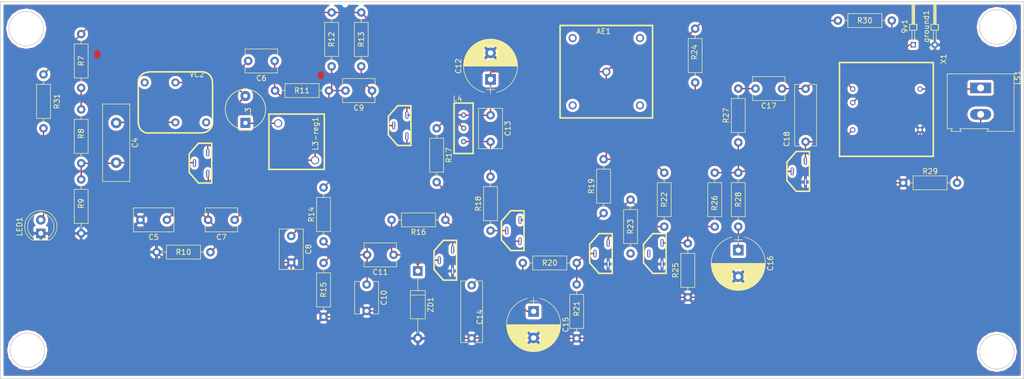
<source format=kicad_pcb>
(kicad_pcb (version 4) (host pcbnew 4.0.5)
  (layers (0 F.Cu signal) (31 B.Cu signal) (34 B.Paste user) (35 F.Paste user) (36 B.SilkS user) (37 F.SilkS user) (38 B.Mask user) (39 F.Mask user) (44 Edge.Cuts user))
  (net 0 "")
  (net 1 "Net-(AE1-Pad1)")
  (net 2 "Net-(C4-Pad1)")
  (net 3 "Net-(C4-Pad2)")
  (net 4 "Net-(C5-Pad1)")
  (net 5 Earth)
  (net 6 "Net-(C6-Pad1)")
  (net 7 "Net-(C6-Pad2)")
  (net 8 "Net-(C8-Pad1)")
  (net 9 "Net-(C9-Pad1)")
  (net 10 "Net-(C10-Pad1)")
  (net 11 "Net-(C11-Pad1)")
  (net 12 "Net-(C13-Pad2)")
  (net 13 "Net-(C14-Pad1)")
  (net 14 "Net-(C15-Pad1)")
  (net 15 "Net-(C16-Pad1)")
  (net 16 "Net-(C17-Pad1)")
  (net 17 "Net-(C17-Pad2)")
  (net 18 "Net-(C18-Pad2)")
  (net 19 "Net-(L3-Pad1)")
  (net 20 "Net-(L4-Pad2)")
  (net 21 "Net-(LED1-Pad2)")
  (net 22 "Net-(LS1-Pad1)")
  (net 23 "Net-(LS1-Pad2)")
  (net 24 "Net-(R7-Pad2)")
  (net 25 "Net-(R16-Pad1)")
  (net 26 "Net-(R18-Pad1)")
  (net 27 "Net-(R19-Pad1)")
  (net 28 "Net-(R20-Pad1)")
  (net 29 "Net-(R22-Pad2)")
  (net 30 "Net-(R23-Pad1)")
  (net 31 "Net-(R24-Pad1)")
  (net 32 "Net-(R26-Pad1)")
  (net 33 +9V)
  (module Pin_Headers:Pin_Header_Angled_1x01_Pitch1.27mm (layer F.Cu) (at 223.012 64.008 90)
    (fp_text reference 9v1 (at 3.4925 -1.635 90) (layer F.SilkS))
    (fp_text value CONN_01X01)
    (pad 1 thru_hole rect (at 0 0 90) (size 1 1) (drill 0.65) (layers *.Cu *.Mask) (net 33 +9V))
  )
  (module uzveerejs_raidiitajs_footprinti:Antenna_BNC_Connectors_50_Ohm (layer F.Cu) (at 165.1 69.088)
    (fp_text reference AE1 (at -0.508 -7.62) (layer F.SilkS))
    (fp_text value Antenna)
    (pad "" thru_hole circle (at 6.35 -6.35) (size 1.524 1.524) (drill 0.94) (layers *.Cu *.Mask))
    (pad "" thru_hole circle (at -6.35 -6.35) (size 1.524 1.524) (drill 0.94) (layers *.Cu *.Mask))
    (pad 1 thru_hole circle (at 0 0) (size 1.524 1.524) (drill 0.94) (layers *.Cu *.Mask) (net 1 "Net-(AE1-Pad1)"))
    (pad "" thru_hole circle (at 6.35 6.35) (size 1.524 1.524) (drill 0.94) (layers *.Cu *.Mask))
    (pad "" thru_hole circle (at -6.35 6.35) (size 1.524 1.524) (drill 0.94) (layers *.Cu *.Mask))
  )
  (module Capacitors_THT:C_Disc_D14.5mm_W5.0mm_P7.50mm (layer F.Cu) (at 72.644 78.74 270)
    (fp_text reference C4 (at 3.75 -3.56 270) (layer F.SilkS))
    (fp_text value 100pf)
    (pad 1 thru_hole circle (at 0 0 270) (size 2 2) (drill 1) (layers *.Cu *.Mask) (net 2 "Net-(C4-Pad1)"))
    (pad 2 thru_hole circle (at 7.5 0 270) (size 2 2) (drill 1) (layers *.Cu *.Mask) (net 3 "Net-(C4-Pad2)"))
  )
  (module Capacitors_THT:C_Disc_D7.5mm_W4.4mm_P5.00mm (layer F.Cu) (at 82.216 97.028 180)
    (fp_text reference C5 (at 2.5 -3.26 180) (layer F.SilkS))
    (fp_text value "0.02 uf")
    (pad 1 thru_hole circle (at 0 0 180) (size 1.6 1.6) (drill 0.8) (layers *.Cu *.Mask) (net 4 "Net-(C5-Pad1)"))
    (pad 2 thru_hole circle (at 5 0 180) (size 1.6 1.6) (drill 0.8) (layers *.Cu *.Mask) (net 5 Earth))
  )
  (module Capacitors_THT:C_Disc_D6.0mm_W4.4mm_P5.00mm (layer F.Cu) (at 102.536 67.056 180)
    (fp_text reference C6 (at 2.5 -3.26 180) (layer F.SilkS))
    (fp_text value "3,3 pf")
    (pad 1 thru_hole circle (at 0 0 180) (size 1.6 1.6) (drill 0.8) (layers *.Cu *.Mask) (net 6 "Net-(C6-Pad1)"))
    (pad 2 thru_hole circle (at 5 0 180) (size 1.6 1.6) (drill 0.8) (layers *.Cu *.Mask) (net 7 "Net-(C6-Pad2)"))
  )
  (module Capacitors_THT:C_Disc_D6.0mm_W4.4mm_P5.00mm (layer F.Cu) (at 94.996 97.028 180)
    (fp_text reference C7 (at 2.5 -3.26 180) (layer F.SilkS))
    (fp_text value 3.3pf)
    (pad 1 thru_hole circle (at 0 0 180) (size 1.6 1.6) (drill 0.8) (layers *.Cu *.Mask) (net 6 "Net-(C6-Pad1)"))
    (pad 2 thru_hole circle (at 5 0 180) (size 1.6 1.6) (drill 0.8) (layers *.Cu *.Mask) (net 4 "Net-(C5-Pad1)"))
  )
  (module Capacitors_THT:C_Disc_D7.5mm_W4.4mm_P5.00mm (layer F.Cu) (at 105.664 100.076 270)
    (fp_text reference C8 (at 2.5 -3.26 270) (layer F.SilkS))
    (fp_text value "0.001 uf")
    (pad 1 thru_hole circle (at 0 0 270) (size 1.6 1.6) (drill 0.8) (layers *.Cu *.Mask) (net 8 "Net-(C8-Pad1)"))
    (pad 2 thru_hole circle (at 5 0 270) (size 1.6 1.6) (drill 0.8) (layers *.Cu *.Mask) (net 5 Earth))
  )
  (module Capacitors_THT:C_Disc_D6.0mm_W4.4mm_P5.00mm (layer F.Cu) (at 120.904 72.644 180)
    (fp_text reference C9 (at 2.5 -3.26 180) (layer F.SilkS))
    (fp_text value "0.002 uf")
    (pad 1 thru_hole circle (at 0 0 180) (size 1.6 1.6) (drill 0.8) (layers *.Cu *.Mask) (net 9 "Net-(C9-Pad1)"))
    (pad 2 thru_hole circle (at 5 0 180) (size 1.6 1.6) (drill 0.8) (layers *.Cu *.Mask) (net 8 "Net-(C8-Pad1)"))
  )
  (module Capacitors_THT:C_Disc_D6.0mm_W4.4mm_P5.00mm (layer F.Cu) (at 119.888 109.22 270)
    (fp_text reference C10 (at 2.5 -3.26 270) (layer F.SilkS))
    (fp_text value 0.002uf)
    (pad 1 thru_hole circle (at 0 0 270) (size 1.6 1.6) (drill 0.8) (layers *.Cu *.Mask) (net 10 "Net-(C10-Pad1)"))
    (pad 2 thru_hole circle (at 5 0 270) (size 1.6 1.6) (drill 0.8) (layers *.Cu *.Mask) (net 5 Earth))
  )
  (module Capacitors_THT:C_Disc_D6.0mm_W4.4mm_P5.00mm (layer F.Cu) (at 124.968 103.632 180)
    (fp_text reference C11 (at 2.5 -3.26 180) (layer F.SilkS))
    (fp_text value 0.002uf)
    (pad 1 thru_hole circle (at 0 0 180) (size 1.6 1.6) (drill 0.8) (layers *.Cu *.Mask) (net 11 "Net-(C11-Pad1)"))
    (pad 2 thru_hole circle (at 5 0 180) (size 1.6 1.6) (drill 0.8) (layers *.Cu *.Mask) (net 10 "Net-(C10-Pad1)"))
  )
  (module Capacitors_THT:CP_Radial_D10.0mm_P5.00mm (layer F.Cu) (at 143.256 70.532 90)
    (fp_text reference C12 (at 2.5 -6.06 90) (layer F.SilkS))
    (fp_text value 220uf)
    (pad 1 thru_hole rect (at 0 0 90) (size 2 2) (drill 1) (layers *.Cu *.Mask) (net 1 "Net-(AE1-Pad1)"))
    (pad 2 thru_hole circle (at 5 0 90) (size 2 2) (drill 1) (layers *.Cu *.Mask) (net 5 Earth))
  )
  (module Capacitors_THT:C_Disc_D7.5mm_W4.4mm_P5.00mm (layer F.Cu) (at 143.256 77.296 270)
    (fp_text reference C13 (at 2.5 -3.26 270) (layer F.SilkS))
    (fp_text value 0.02uf)
    (pad 1 thru_hole circle (at 0 0 270) (size 1.6 1.6) (drill 0.8) (layers *.Cu *.Mask) (net 1 "Net-(AE1-Pad1)"))
    (pad 2 thru_hole circle (at 5 0 270) (size 1.6 1.6) (drill 0.8) (layers *.Cu *.Mask) (net 12 "Net-(C13-Pad2)"))
  )
  (module Capacitors_THT:C_Rect_L11.5mm_W4.0mm_P10.00mm_MKT (layer F.Cu) (at 139.7 109.38 270)
    (fp_text reference C14 (at 5.969 -1.524 270) (layer F.SilkS))
    (fp_text value "0.04 uf")
    (pad 1 thru_hole circle (at 0 0 270) (size 1.6 1.6) (drill 0.8) (layers *.Cu *.Mask) (net 13 "Net-(C14-Pad1)"))
    (pad 2 thru_hole circle (at 10 0 270) (size 1.6 1.6) (drill 0.8) (layers *.Cu *.Mask) (net 5 Earth))
  )
  (module Capacitors_THT:CP_Radial_D10.0mm_P5.00mm (layer F.Cu) (at 151.384 114.3 270)
    (fp_text reference C15 (at 2.5 -6.06 270) (layer F.SilkS))
    (fp_text value 22uf)
    (pad 1 thru_hole rect (at 0 0 270) (size 2 2) (drill 1) (layers *.Cu *.Mask) (net 14 "Net-(C15-Pad1)"))
    (pad 2 thru_hole circle (at 5 0 270) (size 2 2) (drill 1) (layers *.Cu *.Mask) (net 5 Earth))
  )
  (module Capacitors_THT:CP_Radial_D10.0mm_P5.00mm (layer F.Cu) (at 189.992 102.743 270)
    (fp_text reference C16 (at 2.5 -6.06 270) (layer F.SilkS))
    (fp_text value 100uf)
    (pad 1 thru_hole rect (at 0 0 270) (size 2 2) (drill 1) (layers *.Cu *.Mask) (net 15 "Net-(C16-Pad1)"))
    (pad 2 thru_hole circle (at 5 0 270) (size 2 2) (drill 1) (layers *.Cu *.Mask) (net 5 Earth))
  )
  (module Capacitors_THT:C_Disc_D6.0mm_W4.4mm_P5.00mm (layer F.Cu) (at 198.247 72.263 180)
    (fp_text reference C17 (at 2.5 -3.26 180) (layer F.SilkS))
    (fp_text value 0.002uf)
    (pad 1 thru_hole circle (at 0 0 180) (size 1.6 1.6) (drill 0.8) (layers *.Cu *.Mask) (net 16 "Net-(C17-Pad1)"))
    (pad 2 thru_hole circle (at 5 0 180) (size 1.6 1.6) (drill 0.8) (layers *.Cu *.Mask) (net 17 "Net-(C17-Pad2)"))
  )
  (module Capacitors_THT:C_Rect_L11.5mm_W4.0mm_P10.00mm_MKT (layer F.Cu) (at 202.692 72.296 270)
    (fp_text reference C18 (at 9.492 3.556 270) (layer F.SilkS))
    (fp_text value 0.04uf)
    (pad 1 thru_hole circle (at 0 0 270) (size 1.6 1.6) (drill 0.8) (layers *.Cu *.Mask) (net 16 "Net-(C17-Pad1)"))
    (pad 2 thru_hole circle (at 10 0 270) (size 1.6 1.6) (drill 0.8) (layers *.Cu *.Mask) (net 18 "Net-(C18-Pad2)"))
  )
  (module Pin_Headers:Pin_Header_Angled_1x01_Pitch1.27mm (layer F.Cu) (at 227.076 64.008 90)
    (fp_text reference ground1 (at 3.4925 -1.635 90) (layer F.SilkS))
    (fp_text value ground)
    (pad 1 thru_hole rect (at 0 0 90) (size 1 1) (drill 0.65) (layers *.Cu *.Mask) (net 5 Earth))
  )
  (module Inductors:INDUCTOR_V (layer F.Cu) (at 97.028 76.2 90)
    (fp_text reference L3 (at -0.508 0.508 90) (layer F.SilkS))
    (fp_text value L)
    (pad 1 thru_hole rect (at -2.54 0 90) (size 1.905 1.905) (drill 0.8128) (layers *.Cu *.Mask) (net 19 "Net-(L3-Pad1)"))
    (pad 2 thru_hole circle (at 2.54 0 90) (size 1.905 1.905) (drill 0.8128) (layers *.Cu *.Mask) (net 7 "Net-(C6-Pad2)"))
  )
  (module uzveerejs_raidiitajs_footprinti:10mm_coil (layer F.Cu) (at 106.68 82.296 270)
    (fp_text reference L3-reg1 (at -1.524 -3.556 270) (layer F.SilkS))
    (fp_text value LTRIM)
    (pad 1 thru_hole circle (at 3.48 -3.48 270) (size 1.524 1.524) (drill 1.143) (layers *.Cu *.Mask) (net 6 "Net-(C6-Pad1)"))
    (pad 1 thru_hole circle (at 3.48 -3.48 270) (size 1.524 1.524) (drill 1.143) (layers *.Cu *.Mask) (net 6 "Net-(C6-Pad1)"))
    (pad 2 thru_hole circle (at -3.48 3.48 270) (size 1.524 1.524) (drill 1.143) (layers *.Cu *.Mask) (net 19 "Net-(L3-Pad1)"))
  )
  (module uzveerejs_raidiitajs_footprinti:potentiometer_67W (layer F.Cu) (at 138.176 79.756 270)
    (fp_text reference L4 (at -5.588 1.143 360) (layer F.SilkS))
    (fp_text value L4)
    (pad 1 thru_hole circle (at 2.5 0 270) (size 1 1) (drill 0.53) (layers *.Cu *.Mask) (net 12 "Net-(C13-Pad2)"))
    (pad 2 thru_hole circle (at 0 0 270) (size 1 1) (drill 0.53) (layers *.Cu *.Mask) (net 20 "Net-(L4-Pad2)"))
    (pad 3 thru_hole circle (at -2.5 0 270) (size 1 1) (drill 0.53) (layers *.Cu *.Mask) (net 1 "Net-(AE1-Pad1)"))
  )
  (module LEDs:LED_D5.0mm_FlatTop (layer F.Cu) (at 58.42 99.568 90)
    (fp_text reference LED1 (at 1.27 -4.01 90) (layer F.SilkS))
    (fp_text value LED_ALT)
    (pad 1 thru_hole rect (at 0 0 90) (size 1.8 1.8) (drill 0.9) (layers *.Cu *.Mask) (net 5 Earth))
    (pad 2 thru_hole circle (at 2.54 0 90) (size 1.8 1.8) (drill 0.9) (layers *.Cu *.Mask) (net 21 "Net-(LED1-Pad2)"))
  )
  (module Connectors:AK300-2 (layer F.Cu) (at 235.712 72.136 270)
    (fp_text reference LS1 (at -1.92 -6.99 270) (layer F.SilkS))
    (fp_text value Speaker)
    (pad 1 thru_hole rect (at 0 0 270) (size 1.98 3.96) (drill 1.32) (layers *.Cu F.Paste F.Mask) (net 22 "Net-(LS1-Pad1)"))
    (pad 2 thru_hole oval (at 5 0 270) (size 1.98 3.96) (drill 1.32) (layers *.Cu F.Paste F.Mask) (net 23 "Net-(LS1-Pad2)"))
  )
  (module Resistors_THT:R_Axial_DIN0207_L6.3mm_D2.5mm_P10.16mm_Horizontal (layer F.Cu) (at 66.04 61.976 270)
    (fp_text reference R7 (at 5.08 0 270) (layer F.SilkS))
    (fp_text value "33 KΩ")
    (pad 1 thru_hole circle (at 0 0 270) (size 1.6 1.6) (drill 0.8) (layers *.Cu *.Mask) (net 1 "Net-(AE1-Pad1)"))
    (pad 2 thru_hole oval (at 10.16 0 270) (size 1.6 1.6) (drill 0.8) (layers *.Cu *.Mask) (net 24 "Net-(R7-Pad2)"))
  )
  (module Resistors_THT:R_Axial_DIN0207_L6.3mm_D2.5mm_P10.16mm_Horizontal (layer F.Cu) (at 66.04 76.2 270)
    (fp_text reference R8 (at 4.572 0 270) (layer F.SilkS))
    (fp_text value "100 KΩ")
    (pad 1 thru_hole circle (at 0 0 270) (size 1.6 1.6) (drill 0.8) (layers *.Cu *.Mask) (net 24 "Net-(R7-Pad2)"))
    (pad 2 thru_hole oval (at 10.16 0 270) (size 1.6 1.6) (drill 0.8) (layers *.Cu *.Mask) (net 3 "Net-(C4-Pad2)"))
  )
  (module Resistors_THT:R_Axial_DIN0207_L6.3mm_D2.5mm_P10.16mm_Horizontal (layer F.Cu) (at 66.04 89.408 270)
    (fp_text reference R9 (at 4.572 0 270) (layer F.SilkS))
    (fp_text value "22 KΩ")
    (pad 1 thru_hole circle (at 0 0 270) (size 1.6 1.6) (drill 0.8) (layers *.Cu *.Mask) (net 3 "Net-(C4-Pad2)"))
    (pad 2 thru_hole oval (at 10.16 0 270) (size 1.6 1.6) (drill 0.8) (layers *.Cu *.Mask) (net 5 Earth))
  )
  (module Resistors_THT:R_Axial_DIN0207_L6.3mm_D2.5mm_P10.16mm_Horizontal (layer F.Cu) (at 90.424 103.124 180)
    (fp_text reference R10 (at 5.08 0 180) (layer F.SilkS))
    (fp_text value "2.7 KΩ")
    (pad 1 thru_hole circle (at 0 0 180) (size 1.6 1.6) (drill 0.8) (layers *.Cu *.Mask) (net 4 "Net-(C5-Pad1)"))
    (pad 2 thru_hole oval (at 10.16 0 180) (size 1.6 1.6) (drill 0.8) (layers *.Cu *.Mask) (net 5 Earth))
  )
  (module Resistors_THT:R_Axial_DIN0207_L6.3mm_D2.5mm_P10.16mm_Horizontal (layer F.Cu) (at 112.776 72.644 180)
    (fp_text reference R11 (at 5.08 0 180) (layer F.SilkS))
    (fp_text value "1 KΩ")
    (pad 1 thru_hole circle (at 0 0 180) (size 1.6 1.6) (drill 0.8) (layers *.Cu *.Mask) (net 8 "Net-(C8-Pad1)"))
    (pad 2 thru_hole oval (at 10.16 0 180) (size 1.6 1.6) (drill 0.8) (layers *.Cu *.Mask) (net 6 "Net-(C6-Pad1)"))
  )
  (module Resistors_THT:R_Axial_DIN0207_L6.3mm_D2.5mm_P10.16mm_Horizontal (layer F.Cu) (at 113.284 57.912 270)
    (fp_text reference R12 (at 5.08 0 270) (layer F.SilkS))
    (fp_text value "15 KΩ")
    (pad 1 thru_hole circle (at 0 0 270) (size 1.6 1.6) (drill 0.8) (layers *.Cu *.Mask) (net 1 "Net-(AE1-Pad1)"))
    (pad 2 thru_hole oval (at 10.16 0 270) (size 1.6 1.6) (drill 0.8) (layers *.Cu *.Mask) (net 8 "Net-(C8-Pad1)"))
  )
  (module Resistors_THT:R_Axial_DIN0207_L6.3mm_D2.5mm_P10.16mm_Horizontal (layer F.Cu) (at 118.872 68.072 90)
    (fp_text reference R13 (at 5.08 0 90) (layer F.SilkS))
    (fp_text value "470 KΩ")
    (pad 1 thru_hole circle (at 0 0 90) (size 1.6 1.6) (drill 0.8) (layers *.Cu *.Mask) (net 9 "Net-(C9-Pad1)"))
    (pad 2 thru_hole oval (at 10.16 0 90) (size 1.6 1.6) (drill 0.8) (layers *.Cu *.Mask) (net 1 "Net-(AE1-Pad1)"))
  )
  (module Resistors_THT:R_Axial_DIN0207_L6.3mm_D2.5mm_P10.16mm_Horizontal (layer F.Cu) (at 111.76 101.092 90)
    (fp_text reference R14 (at 5.08 -2.31 90) (layer F.SilkS))
    (fp_text value "1 MΩ")
    (pad 1 thru_hole circle (at 0 0 90) (size 1.6 1.6) (drill 0.8) (layers *.Cu *.Mask) (net 10 "Net-(C10-Pad1)"))
    (pad 2 thru_hole oval (at 10.16 0 90) (size 1.6 1.6) (drill 0.8) (layers *.Cu *.Mask) (net 9 "Net-(C9-Pad1)"))
  )
  (module Resistors_THT:R_Axial_DIN0207_L6.3mm_D2.5mm_P10.16mm_Horizontal (layer F.Cu) (at 111.76 115.316 90)
    (fp_text reference R15 (at 5.08 0 90) (layer F.SilkS))
    (fp_text value "10 KΩ")
    (pad 1 thru_hole circle (at 0 0 90) (size 1.6 1.6) (drill 0.8) (layers *.Cu *.Mask) (net 5 Earth))
    (pad 2 thru_hole oval (at 10.16 0 90) (size 1.6 1.6) (drill 0.8) (layers *.Cu *.Mask) (net 10 "Net-(C10-Pad1)"))
  )
  (module Resistors_THT:R_Axial_DIN0207_L6.3mm_D2.5mm_P10.16mm_Horizontal (layer F.Cu) (at 134.747 97.028 180)
    (fp_text reference R16 (at 5.08 -2.31 180) (layer F.SilkS))
    (fp_text value "1 MΩ")
    (pad 1 thru_hole circle (at 0 0 180) (size 1.6 1.6) (drill 0.8) (layers *.Cu *.Mask) (net 25 "Net-(R16-Pad1)"))
    (pad 2 thru_hole oval (at 10.16 0 180) (size 1.6 1.6) (drill 0.8) (layers *.Cu *.Mask) (net 11 "Net-(C11-Pad1)"))
  )
  (module Resistors_THT:R_Axial_DIN0207_L6.3mm_D2.5mm_P10.16mm_Horizontal (layer F.Cu) (at 133.096 79.756 270)
    (fp_text reference R17 (at 5.08 -2.31 270) (layer F.SilkS))
    (fp_text value "8.2 KΩ")
    (pad 1 thru_hole circle (at 0 0 270) (size 1.6 1.6) (drill 0.8) (layers *.Cu *.Mask) (net 20 "Net-(L4-Pad2)"))
    (pad 2 thru_hole oval (at 10.16 0 270) (size 1.6 1.6) (drill 0.8) (layers *.Cu *.Mask) (net 25 "Net-(R16-Pad1)"))
  )
  (module Resistors_THT:R_Axial_DIN0207_L6.3mm_D2.5mm_P10.16mm_Horizontal (layer F.Cu) (at 143.256 99.06 90)
    (fp_text reference R18 (at 5.08 -2.31 90) (layer F.SilkS))
    (fp_text value "47 KΩ")
    (pad 1 thru_hole circle (at 0 0 90) (size 1.6 1.6) (drill 0.8) (layers *.Cu *.Mask) (net 26 "Net-(R18-Pad1)"))
    (pad 2 thru_hole oval (at 10.16 0 90) (size 1.6 1.6) (drill 0.8) (layers *.Cu *.Mask) (net 12 "Net-(C13-Pad2)"))
  )
  (module Resistors_THT:R_Axial_DIN0207_L6.3mm_D2.5mm_P10.16mm_Horizontal (layer F.Cu) (at 164.592 95.758 90)
    (fp_text reference R19 (at 5.08 -2.31 90) (layer F.SilkS))
    (fp_text value "1 KΩ")
    (pad 1 thru_hole circle (at 0 0 90) (size 1.6 1.6) (drill 0.8) (layers *.Cu *.Mask) (net 27 "Net-(R19-Pad1)"))
    (pad 2 thru_hole oval (at 10.16 0 90) (size 1.6 1.6) (drill 0.8) (layers *.Cu *.Mask) (net 1 "Net-(AE1-Pad1)"))
  )
  (module Resistors_THT:R_Axial_DIN0207_L6.3mm_D2.5mm_P10.16mm_Horizontal (layer F.Cu) (at 159.512 105.156 180)
    (fp_text reference R20 (at 5.08 0 180) (layer F.SilkS))
    (fp_text value "4.7 KΩ")
    (pad 1 thru_hole circle (at 0 0 180) (size 1.6 1.6) (drill 0.8) (layers *.Cu *.Mask) (net 28 "Net-(R20-Pad1)"))
    (pad 2 thru_hole oval (at 10.16 0 180) (size 1.6 1.6) (drill 0.8) (layers *.Cu *.Mask) (net 14 "Net-(C15-Pad1)"))
  )
  (module Resistors_THT:R_Axial_DIN0207_L6.3mm_D2.5mm_P10.16mm_Horizontal (layer F.Cu) (at 159.512 119.38 90)
    (fp_text reference R21 (at 5.588 0 90) (layer F.SilkS))
    (fp_text value "15 KΩ")
    (pad 1 thru_hole circle (at 0 0 90) (size 1.6 1.6) (drill 0.8) (layers *.Cu *.Mask) (net 5 Earth))
    (pad 2 thru_hole oval (at 10.16 0 90) (size 1.6 1.6) (drill 0.8) (layers *.Cu *.Mask) (net 28 "Net-(R20-Pad1)"))
  )
  (module Resistors_THT:R_Axial_DIN0207_L6.3mm_D2.5mm_P10.16mm_Horizontal (layer F.Cu) (at 176.022 88.138 270)
    (fp_text reference R22 (at 5.08 0 270) (layer F.SilkS))
    (fp_text value "10 KΩ")
    (pad 1 thru_hole circle (at 0 0 270) (size 1.6 1.6) (drill 0.8) (layers *.Cu *.Mask) (net 1 "Net-(AE1-Pad1)"))
    (pad 2 thru_hole oval (at 10.16 0 270) (size 1.6 1.6) (drill 0.8) (layers *.Cu *.Mask) (net 29 "Net-(R22-Pad2)"))
  )
  (module Resistors_THT:R_Axial_DIN0207_L6.3mm_D2.5mm_P10.16mm_Horizontal (layer F.Cu) (at 169.672 103.378 90)
    (fp_text reference R23 (at 5.08 0 90) (layer F.SilkS))
    (fp_text value "10 KΩ")
    (pad 1 thru_hole circle (at 0 0 90) (size 1.6 1.6) (drill 0.8) (layers *.Cu *.Mask) (net 30 "Net-(R23-Pad1)"))
    (pad 2 thru_hole oval (at 10.16 0 90) (size 1.6 1.6) (drill 0.8) (layers *.Cu *.Mask) (net 29 "Net-(R22-Pad2)"))
  )
  (module Resistors_THT:R_Axial_DIN0207_L6.3mm_D2.5mm_P10.16mm_Horizontal (layer F.Cu) (at 181.864 71.12 90)
    (fp_text reference R24 (at 5.715 -0.127 90) (layer F.SilkS))
    (fp_text value "22 KΩ")
    (pad 1 thru_hole circle (at 0 0 90) (size 1.6 1.6) (drill 0.8) (layers *.Cu *.Mask) (net 31 "Net-(R24-Pad1)"))
    (pad 2 thru_hole oval (at 10.16 0 90) (size 1.6 1.6) (drill 0.8) (layers *.Cu *.Mask) (net 1 "Net-(AE1-Pad1)"))
  )
  (module Resistors_THT:R_Axial_DIN0207_L6.3mm_D2.5mm_P10.16mm_Horizontal (layer F.Cu) (at 180.467 111.633 90)
    (fp_text reference R25 (at 5.08 -2.31 90) (layer F.SilkS))
    (fp_text value "2.7 KΩ")
    (pad 1 thru_hole circle (at 0 0 90) (size 1.6 1.6) (drill 0.8) (layers *.Cu *.Mask) (net 5 Earth))
    (pad 2 thru_hole oval (at 10.16 0 90) (size 1.6 1.6) (drill 0.8) (layers *.Cu *.Mask) (net 31 "Net-(R24-Pad1)"))
  )
  (module Resistors_THT:R_Axial_DIN0207_L6.3mm_D2.5mm_P10.16mm_Horizontal (layer F.Cu) (at 185.547 88.138 270)
    (fp_text reference R26 (at 5.715 0 270) (layer F.SilkS))
    (fp_text value "2.7 KΩ")
    (pad 1 thru_hole circle (at 0 0 270) (size 1.6 1.6) (drill 0.8) (layers *.Cu *.Mask) (net 32 "Net-(R26-Pad1)"))
    (pad 2 thru_hole oval (at 10.16 0 270) (size 1.6 1.6) (drill 0.8) (layers *.Cu *.Mask) (net 31 "Net-(R24-Pad1)"))
  )
  (module Resistors_THT:R_Axial_DIN0207_L6.3mm_D2.5mm_P10.16mm_Horizontal (layer F.Cu) (at 189.992 82.423 90)
    (fp_text reference R27 (at 5.08 -2.31 90) (layer F.SilkS))
    (fp_text value "2.7 KΩ")
    (pad 1 thru_hole circle (at 0 0 90) (size 1.6 1.6) (drill 0.8) (layers *.Cu *.Mask) (net 32 "Net-(R26-Pad1)"))
    (pad 2 thru_hole oval (at 10.16 0 90) (size 1.6 1.6) (drill 0.8) (layers *.Cu *.Mask) (net 17 "Net-(C17-Pad2)"))
  )
  (module Resistors_THT:R_Axial_DIN0207_L6.3mm_D2.5mm_P10.16mm_Horizontal (layer F.Cu) (at 189.992 98.298 90)
    (fp_text reference R28 (at 5.08 0 90) (layer F.SilkS))
    (fp_text value "1 KΩ")
    (pad 1 thru_hole circle (at 0 0 90) (size 1.6 1.6) (drill 0.8) (layers *.Cu *.Mask) (net 15 "Net-(C16-Pad1)"))
    (pad 2 thru_hole oval (at 10.16 0 90) (size 1.6 1.6) (drill 0.8) (layers *.Cu *.Mask) (net 32 "Net-(R26-Pad1)"))
  )
  (module Resistors_THT:R_Axial_DIN0207_L6.3mm_D2.5mm_P10.16mm_Horizontal (layer F.Cu) (at 221.107 90.043)
    (fp_text reference R29 (at 5.08 -2.159) (layer F.SilkS))
    (fp_text value "4.7 Ω")
    (pad 1 thru_hole circle (at 0 0) (size 1.6 1.6) (drill 0.8) (layers *.Cu *.Mask) (net 5 Earth))
    (pad 2 thru_hole oval (at 10.16 0) (size 1.6 1.6) (drill 0.8) (layers *.Cu *.Mask) (net 23 "Net-(LS1-Pad2)"))
  )
  (module Resistors_THT:R_Axial_DIN0207_L6.3mm_D2.5mm_P10.16mm_Horizontal (layer F.Cu) (at 218.948 59.436 180)
    (fp_text reference R30 (at 5.08 0 180) (layer F.SilkS))
    (fp_text value "100 Ω")
    (pad 1 thru_hole circle (at 0 0 180) (size 1.6 1.6) (drill 0.8) (layers *.Cu *.Mask) (net 33 +9V))
    (pad 2 thru_hole oval (at 10.16 0 180) (size 1.6 1.6) (drill 0.8) (layers *.Cu *.Mask) (net 1 "Net-(AE1-Pad1)"))
  )
  (module Resistors_THT:R_Axial_DIN0207_L6.3mm_D2.5mm_P10.16mm_Horizontal (layer F.Cu) (at 58.928 69.596 270)
    (fp_text reference R31 (at 5.08 -2.54 270) (layer F.SilkS))
    (fp_text value "27 KΩ")
    (pad 1 thru_hole circle (at 0 0 270) (size 1.6 1.6) (drill 0.8) (layers *.Cu *.Mask) (net 1 "Net-(AE1-Pad1)"))
    (pad 2 thru_hole oval (at 10.16 0 270) (size 1.6 1.6) (drill 0.8) (layers *.Cu *.Mask) (net 21 "Net-(LED1-Pad2)"))
  )
  (module uzveerejs_raidiitajs_footprinti:BC158 (layer F.Cu) (at 88.416 86.328 180)
    (fp_text reference T4 hide)
    (fp_text value BF195)
    (pad 3 thru_hole oval (at -1.5 -2 180) (size 0.6 1.5) (drill oval 0.2 1.2) (layers *.Cu *.Mask) (net 4 "Net-(C5-Pad1)"))
    (pad 1 thru_hole oval (at -1.5 2 180) (size 0.6 1.5) (drill oval 0.2 1.2) (layers *.Cu *.Mask) (net 7 "Net-(C6-Pad2)"))
    (pad 2 thru_hole oval (at 1 0 180) (size 0.6 1.5) (drill oval 0.2 1.2) (layers *.Cu *.Mask) (net 3 "Net-(C4-Pad2)"))
  )
  (module uzveerejs_raidiitajs_footprinti:BC158 (layer F.Cu) (at 125.984 79.248 180)
    (fp_text reference T5 hide)
    (fp_text value BC158)
    (pad 3 thru_hole oval (at -1.5 -2 180) (size 0.6 1.5) (drill oval 0.2 1.2) (layers *.Cu *.Mask) (net 10 "Net-(C10-Pad1)"))
    (pad 1 thru_hole oval (at -1.5 2 180) (size 0.6 1.5) (drill oval 0.2 1.2) (layers *.Cu *.Mask) (net 1 "Net-(AE1-Pad1)"))
    (pad 2 thru_hole oval (at 1 0 180) (size 0.6 1.5) (drill oval 0.2 1.2) (layers *.Cu *.Mask) (net 9 "Net-(C9-Pad1)"))
  )
  (module uzveerejs_raidiitajs_footprinti:BC158 (layer F.Cu) (at 134.604 104.648 180)
    (fp_text reference T6 hide)
    (fp_text value BC148)
    (pad 3 thru_hole oval (at -1.5 -2 180) (size 0.6 1.5) (drill oval 0.2 1.2) (layers *.Cu *.Mask) (net 5 Earth))
    (pad 1 thru_hole oval (at -1.5 2 180) (size 0.6 1.5) (drill oval 0.2 1.2) (layers *.Cu *.Mask) (net 25 "Net-(R16-Pad1)"))
    (pad 2 thru_hole oval (at 1 0 180) (size 0.6 1.5) (drill oval 0.2 1.2) (layers *.Cu *.Mask) (net 11 "Net-(C11-Pad1)"))
  )
  (module uzveerejs_raidiitajs_footprinti:BC158 (layer F.Cu) (at 147.32 99.06 180)
    (fp_text reference T7 hide)
    (fp_text value BC158)
    (pad 3 thru_hole oval (at -1.5 -2 180) (size 0.6 1.5) (drill oval 0.2 1.2) (layers *.Cu *.Mask) (net 13 "Net-(C14-Pad1)"))
    (pad 1 thru_hole oval (at -1.5 2 180) (size 0.6 1.5) (drill oval 0.2 1.2) (layers *.Cu *.Mask) (net 27 "Net-(R19-Pad1)"))
    (pad 2 thru_hole oval (at 1 0 180) (size 0.6 1.5) (drill oval 0.2 1.2) (layers *.Cu *.Mask) (net 26 "Net-(R18-Pad1)"))
  )
  (module uzveerejs_raidiitajs_footprinti:BC158 (layer F.Cu) (at 163.957 103.378 180)
    (fp_text reference T8 hide)
    (fp_text value BC148)
    (pad 3 thru_hole oval (at -1.5 -2 180) (size 0.6 1.5) (drill oval 0.2 1.2) (layers *.Cu *.Mask) (net 5 Earth))
    (pad 1 thru_hole oval (at -1.5 2 180) (size 0.6 1.5) (drill oval 0.2 1.2) (layers *.Cu *.Mask) (net 29 "Net-(R22-Pad2)"))
    (pad 2 thru_hole oval (at 1 0 180) (size 0.6 1.5) (drill oval 0.2 1.2) (layers *.Cu *.Mask) (net 28 "Net-(R20-Pad1)"))
  )
  (module uzveerejs_raidiitajs_footprinti:BC158 (layer F.Cu) (at 174.117 103.378 180)
    (fp_text reference T9 hide)
    (fp_text value BC148)
    (pad 3 thru_hole oval (at -1.5 -2 180) (size 0.6 1.5) (drill oval 0.2 1.2) (layers *.Cu *.Mask) (net 5 Earth))
    (pad 1 thru_hole oval (at -1.5 2 180) (size 0.6 1.5) (drill oval 0.2 1.2) (layers *.Cu *.Mask) (net 31 "Net-(R24-Pad1)"))
    (pad 2 thru_hole oval (at 1 0 180) (size 0.6 1.5) (drill oval 0.2 1.2) (layers *.Cu *.Mask) (net 30 "Net-(R23-Pad1)"))
  )
  (module uzveerejs_raidiitajs_footprinti:BC158 (layer F.Cu) (at 201.168 87.884 180)
    (fp_text reference T10 hide)
    (fp_text value BEL187)
    (pad 3 thru_hole oval (at -1.5 -2 180) (size 0.6 1.5) (drill oval 0.2 1.2) (layers *.Cu *.Mask) (net 5 Earth))
    (pad 1 thru_hole oval (at -1.5 2 180) (size 0.6 1.5) (drill oval 0.2 1.2) (layers *.Cu *.Mask) (net 18 "Net-(C18-Pad2)"))
    (pad 2 thru_hole oval (at 1 0 180) (size 0.6 1.5) (drill oval 0.2 1.2) (layers *.Cu *.Mask) (net 32 "Net-(R26-Pad1)"))
  )
  (module uzveerejs_raidiitajs_footprinti:VC-trimmer_to-100pf (layer F.Cu) (at 83.82 74.83 270)
    (fp_text reference VC2 (at -5.234 -4.064 360) (layer F.SilkS))
    (fp_text value CTRIM)
    (pad "" thru_hole circle (at -3.71 5.8 270) (size 1.524 1.524) (drill 0.8) (layers *.Cu *.Mask))
    (pad "" thru_hole circle (at 3.81 -5.8 270) (size 1.524 1.524) (drill 0.8) (layers *.Cu *.Mask))
    (pad 2 thru_hole circle (at 3.81 0 270) (size 1.524 1.524) (drill 0.8) (layers *.Cu *.Mask) (net 2 "Net-(C4-Pad1)"))
    (pad 1 thru_hole circle (at -3.71 0 270) (size 1.524 1.524) (drill 0.8) (layers *.Cu *.Mask) (net 7 "Net-(C6-Pad2)"))
  )
  (module uzveerejs_raidiitajs_footprinti:transformators_LM-LP-1002L (layer F.Cu) (at 217.932 76.2 270)
    (fp_text reference X1 (at -9.525 -10.795 270) (layer F.SilkS))
    (fp_text value Transformer_SP_1S)
    (pad 4 thru_hole circle (at 3.85 -6.35 270) (size 1 1) (drill 0.6) (layers *.Cu *.Mask) (net 5 Earth))
    (pad 5 thru_hole circle (at -3.85 -6.35 270) (size 1 1) (drill 0.6) (layers *.Cu *.Mask) (net 22 "Net-(LS1-Pad1)"))
    (pad 1 thru_hole circle (at -3.85 6.35 270) (size 1 1) (drill 0.6) (layers *.Cu *.Mask) (net 16 "Net-(C17-Pad1)"))
    (pad 2 thru_hole circle (at -1.27 6.35 270) (size 1 1) (drill 0.6) (layers *.Cu *.Mask) (net 33 +9V))
    (pad 3 thru_hole circle (at 3.85 6.35 270) (size 1 1) (drill 0.6) (layers *.Cu *.Mask) (net 18 "Net-(C18-Pad2)"))
  )
  (module Diodes_THT:D_A-405_P12.70mm_Horizontal (layer F.Cu) (at 129.54 106.68 270)
    (fp_text reference ZD1 (at 6.35 -2.41 270) (layer F.SilkS))
    (fp_text value D_Schottky_ALT)
    (pad 1 thru_hole rect (at 0 0 270) (size 1.8 1.8) (drill 0.9) (layers *.Cu *.Mask) (net 11 "Net-(C11-Pad1)"))
    (pad 2 thru_hole oval (at 12.7 0 270) (size 1.8 1.8) (drill 0.9) (layers *.Cu *.Mask) (net 5 Earth))
  )
  (gr_circle (center 55.675213 60.96) (end 57.707213 63.5) (layer Edge.Cuts) (width 0.15))
  (gr_circle (center 55.88 121.616787) (end 57.912 124.156787) (layer Edge.Cuts) (width 0.15))
  (gr_circle (center 238.76 60.656787) (end 240.792 63.196787) (layer Edge.Cuts) (width 0.15))
  (gr_circle (center 238.76 121.92) (end 240.792 124.46) (layer Edge.Cuts) (width 0.15))
  (gr_line (start 50.8 55.88) (end 51.308 55.88) (layer Edge.Cuts) (width 0.15))
  (gr_line (start 50.902346 55.88) (end 96.52 55.88) (layer Edge.Cuts) (width 0.15))
  (gr_line (start 50.8 55.88) (end 50.8 127) (layer Edge.Cuts) (width 0.15))
  (gr_line (start 243.84 127) (end 50.8 127) (layer Edge.Cuts) (width 0.15))
  (gr_line (start 243.84 55.88) (end 243.84 127) (layer Edge.Cuts) (width 0.15))
  (gr_line (start 115.824 56.388) (end 115.824 56.388) (layer Edge.Cuts) (width 0.15))
  (gr_line (start 115.824 56.388) (end 115.824 56.388) (layer Edge.Cuts) (width 0.15))
  (gr_line (start 238.76 55.88) (end 96.52 55.88) (layer Edge.Cuts) (width 0.15))
  (gr_line (start 238.76 55.88) (end 243.84 55.88) (layer Edge.Cuts) (width 0.15))
  (segment (start 61.468 67.056) (end 61.468 66.548) (width 0.25) (layer F.Cu) (net 1))
  (segment (start 61.468 66.548) (end 66.04 61.976) (width 0.25) (layer F.Cu) (net 1))
  (segment (start 58.928 69.596) (end 61.468 67.056) (width 0.25) (layer F.Cu) (net 1))
  (segment (start 113.284 57.912) (end 70.104 57.912) (width 0.25) (layer F.Cu) (net 1))
  (segment (start 70.104 57.912) (end 66.04 61.976) (width 0.25) (layer F.Cu) (net 1))
  (segment (start 118.872 57.912) (end 117.74063 57.912) (width 0.25) (layer F.Cu) (net 1))
  (segment (start 117.74063 57.912) (end 113.284 57.912) (width 0.25) (layer F.Cu) (net 1))
  (segment (start 127.484 77.248) (end 127.484 66.524) (width 0.25) (layer F.Cu) (net 1))
  (segment (start 127.484 66.524) (end 118.872 57.912) (width 0.25) (layer F.Cu) (net 1))
  (segment (start 138.176 77.256) (end 127.492 77.256) (width 0.25) (layer F.Cu) (net 1))
  (segment (start 127.492 77.256) (end 127.484 77.248) (width 0.25) (layer F.Cu) (net 1))
  (segment (start 143.256 77.296) (end 138.216 77.296) (width 0.25) (layer F.Cu) (net 1))
  (segment (start 138.216 77.296) (end 138.176 77.256) (width 0.25) (layer F.Cu) (net 1))
  (segment (start 143.256 70.532) (end 143.256 71.782) (width 0.25) (layer F.Cu) (net 1))
  (segment (start 143.256 71.782) (end 143.256 77.296) (width 0.25) (layer F.Cu) (net 1))
  (segment (start 176.022 88.138) (end 173.482 85.598) (width 0.25) (layer F.Cu) (net 1))
  (segment (start 173.482 85.598) (end 164.592 85.598) (width 0.25) (layer F.Cu) (net 1))
  (segment (start 165.1 69.088) (end 165.1 85.09) (width 0.25) (layer F.Cu) (net 1))
  (segment (start 165.1 85.09) (end 164.592 85.598) (width 0.25) (layer F.Cu) (net 1))
  (segment (start 165.1 69.088) (end 143.45 69.088) (width 0.25) (layer F.Cu) (net 1))
  (segment (start 143.45 69.088) (end 143.256 69.282) (width 0.25) (layer F.Cu) (net 1))
  (segment (start 143.256 69.282) (end 143.256 70.532) (width 0.25) (layer F.Cu) (net 1))
  (segment (start 165.1 69.088) (end 165.861999 68.326001) (width 0.25) (layer F.Cu) (net 1))
  (segment (start 165.861999 68.326001) (end 174.497999 68.326001) (width 0.25) (layer F.Cu) (net 1))
  (segment (start 174.497999 68.326001) (end 181.064001 61.759999) (width 0.25) (layer F.Cu) (net 1))
  (segment (start 181.064001 61.759999) (end 181.864 60.96) (width 0.25) (layer F.Cu) (net 1))
  (segment (start 208.788 59.436) (end 183.388 59.436) (width 0.25) (layer F.Cu) (net 1))
  (segment (start 183.388 59.436) (end 181.864 60.96) (width 0.25) (layer F.Cu) (net 1))
  (segment (start 83.82 78.64) (end 72.744 78.64) (width 0.25) (layer F.Cu) (net 2))
  (segment (start 72.744 78.64) (end 72.644 78.74) (width 0.25) (layer F.Cu) (net 2))
  (segment (start 72.644 86.24) (end 87.328 86.24) (width 0.25) (layer F.Cu) (net 3))
  (segment (start 87.328 86.24) (end 87.416 86.328) (width 0.25) (layer F.Cu) (net 3))
  (segment (start 66.04 86.36) (end 72.524 86.36) (width 0.25) (layer F.Cu) (net 3))
  (segment (start 72.524 86.36) (end 72.644 86.24) (width 0.25) (layer F.Cu) (net 3))
  (segment (start 66.04 86.36) (end 66.04 89.408) (width 0.25) (layer F.Cu) (net 3))
  (segment (start 89.996 97.028) (end 89.996 88.408) (width 0.25) (layer F.Cu) (net 4))
  (segment (start 89.996 88.408) (end 89.916 88.328) (width 0.25) (layer F.Cu) (net 4))
  (segment (start 89.996 97.028) (end 89.196001 96.228001) (width 0.25) (layer F.Cu) (net 4))
  (segment (start 89.196001 96.228001) (end 83.015999 96.228001) (width 0.25) (layer F.Cu) (net 4))
  (segment (start 83.015999 96.228001) (end 82.216 97.028) (width 0.25) (layer F.Cu) (net 4))
  (segment (start 90.424 103.124) (end 91.223999 102.324001) (width 0.25) (layer F.Cu) (net 4))
  (segment (start 91.223999 102.324001) (end 91.223999 98.255999) (width 0.25) (layer F.Cu) (net 4))
  (segment (start 91.223999 98.255999) (end 90.795999 97.827999) (width 0.25) (layer F.Cu) (net 4))
  (segment (start 90.795999 97.827999) (end 89.996 97.028) (width 0.25) (layer F.Cu) (net 4))
  (segment (start 227.076 64.008) (end 227.076 64.758) (width 0.25) (layer F.Cu) (net 5))
  (segment (start 222.504 69.33) (end 222.504 78.272) (width 0.25) (layer F.Cu) (net 5))
  (segment (start 223.782001 79.550001) (end 224.282 80.05) (width 0.25) (layer F.Cu) (net 5))
  (segment (start 227.076 64.758) (end 222.504 69.33) (width 0.25) (layer F.Cu) (net 5))
  (segment (start 222.504 78.272) (end 223.782001 79.550001) (width 0.25) (layer F.Cu) (net 5))
  (segment (start 165.457 105.378) (end 166.007 105.378) (width 0.25) (layer F.Cu) (net 5))
  (segment (start 166.007 105.378) (end 175.617 105.378) (width 0.25) (layer F.Cu) (net 5))
  (segment (start 163.576 119.38) (end 165.457 117.499) (width 0.25) (layer F.Cu) (net 5))
  (segment (start 165.457 117.499) (end 165.457 105.378) (width 0.25) (layer F.Cu) (net 5))
  (segment (start 159.512 119.38) (end 163.576 119.38) (width 0.25) (layer F.Cu) (net 5))
  (segment (start 151.384 119.3) (end 139.78 119.3) (width 0.25) (layer F.Cu) (net 5))
  (segment (start 139.78 119.3) (end 139.7 119.38) (width 0.25) (layer F.Cu) (net 5))
  (segment (start 159.512 119.38) (end 151.464 119.38) (width 0.25) (layer F.Cu) (net 5))
  (segment (start 151.464 119.38) (end 151.384 119.3) (width 0.25) (layer F.Cu) (net 5))
  (segment (start 138.56863 119.38) (end 136.144 119.38) (width 0.25) (layer F.Cu) (net 5))
  (segment (start 136.144 119.38) (end 129.54 119.38) (width 0.25) (layer F.Cu) (net 5))
  (segment (start 136.104 106.648) (end 136.104 119.34) (width 0.25) (layer F.Cu) (net 5))
  (segment (start 136.104 119.34) (end 136.144 119.38) (width 0.25) (layer F.Cu) (net 5))
  (segment (start 139.7 119.38) (end 138.56863 119.38) (width 0.25) (layer F.Cu) (net 5))
  (segment (start 125.476 119.38) (end 129.54 119.38) (width 0.25) (layer F.Cu) (net 5))
  (segment (start 125.476 115.316) (end 125.476 119.38) (width 0.25) (layer F.Cu) (net 5))
  (segment (start 119.888 114.22) (end 124.38 114.22) (width 0.25) (layer F.Cu) (net 5))
  (segment (start 124.38 114.22) (end 125.476 115.316) (width 0.25) (layer F.Cu) (net 5))
  (segment (start 111.76 115.316) (end 118.792 115.316) (width 0.25) (layer F.Cu) (net 5))
  (segment (start 118.792 115.316) (end 119.888 114.22) (width 0.25) (layer F.Cu) (net 5))
  (segment (start 105.664 105.076) (end 82.216 105.076) (width 0.25) (layer F.Cu) (net 5))
  (segment (start 82.216 105.076) (end 80.264 103.124) (width 0.25) (layer F.Cu) (net 5))
  (segment (start 111.76 115.316) (end 105.664 109.22) (width 0.25) (layer F.Cu) (net 5))
  (segment (start 105.664 109.22) (end 105.664 105.076) (width 0.25) (layer F.Cu) (net 5))
  (segment (start 80.264 103.124) (end 78.232 103.124) (width 0.25) (layer F.Cu) (net 5))
  (segment (start 78.232 103.124) (end 74.676 99.568) (width 0.25) (layer F.Cu) (net 5))
  (segment (start 66.04 99.568) (end 74.676 99.568) (width 0.25) (layer F.Cu) (net 5))
  (segment (start 74.676 99.568) (end 77.216 97.028) (width 0.25) (layer F.Cu) (net 5))
  (segment (start 58.42 99.568) (end 66.04 99.568) (width 0.25) (layer F.Cu) (net 5))
  (segment (start 180.467 111.633) (end 178.181 111.633) (width 0.25) (layer F.Cu) (net 5))
  (segment (start 178.181 111.633) (end 175.617 109.069) (width 0.25) (layer F.Cu) (net 5))
  (segment (start 175.617 109.069) (end 175.617 105.378) (width 0.25) (layer F.Cu) (net 5))
  (segment (start 187.071 111.633) (end 187.071 110.664) (width 0.25) (layer F.Cu) (net 5))
  (segment (start 187.071 110.664) (end 189.992 107.743) (width 0.25) (layer F.Cu) (net 5))
  (segment (start 180.467 111.633) (end 187.071 111.633) (width 0.25) (layer F.Cu) (net 5))
  (segment (start 221.107 90.043) (end 202.827 90.043) (width 0.25) (layer F.Cu) (net 5))
  (segment (start 202.827 90.043) (end 202.668 89.884) (width 0.25) (layer F.Cu) (net 5))
  (segment (start 224.282 80.05) (end 224.282 86.868) (width 0.25) (layer F.Cu) (net 5))
  (segment (start 224.282 86.868) (end 221.107 90.043) (width 0.25) (layer F.Cu) (net 5))
  (segment (start 202.668 89.884) (end 202.668 95.067) (width 0.25) (layer F.Cu) (net 5))
  (segment (start 202.668 95.067) (end 189.992 107.743) (width 0.25) (layer F.Cu) (net 5))
  (segment (start 94.996 97.028) (end 106.248 85.776) (width 0.25) (layer F.Cu) (net 6))
  (segment (start 106.248 85.776) (end 110.16 85.776) (width 0.25) (layer F.Cu) (net 6))
  (segment (start 102.616 72.644) (end 110.16 80.188) (width 0.25) (layer F.Cu) (net 6))
  (segment (start 110.16 80.188) (end 110.16 85.776) (width 0.25) (layer F.Cu) (net 6))
  (segment (start 102.536 67.056) (end 102.536 72.564) (width 0.25) (layer F.Cu) (net 6))
  (segment (start 102.536 72.564) (end 102.616 72.644) (width 0.25) (layer F.Cu) (net 6))
  (segment (start 97.028 73.66) (end 89.916 80.772) (width 0.25) (layer F.Cu) (net 7))
  (segment (start 89.916 80.772) (end 89.916 84.328) (width 0.25) (layer F.Cu) (net 7))
  (segment (start 97.536 67.056) (end 96.736001 67.855999) (width 0.25) (layer F.Cu) (net 7))
  (segment (start 96.736001 67.855999) (end 96.736001 68.871999) (width 0.25) (layer F.Cu) (net 7))
  (segment (start 96.736001 68.871999) (end 94.488 71.12) (width 0.25) (layer F.Cu) (net 7))
  (segment (start 83.82 71.12) (end 94.488 71.12) (width 0.25) (layer F.Cu) (net 7))
  (segment (start 94.488 71.12) (end 97.028 73.66) (width 0.25) (layer F.Cu) (net 7))
  (segment (start 113.284 68.072) (end 113.284 72.136) (width 0.25) (layer F.Cu) (net 8))
  (segment (start 113.284 72.136) (end 112.776 72.644) (width 0.25) (layer F.Cu) (net 8))
  (segment (start 112.776 72.644) (end 115.904 72.644) (width 0.25) (layer F.Cu) (net 8))
  (segment (start 111.76 88.9) (end 112.776 87.884) (width 0.25) (layer F.Cu) (net 8))
  (segment (start 112.776 87.884) (end 112.776 72.644) (width 0.25) (layer F.Cu) (net 8))
  (segment (start 108.204 88.9) (end 111.76 88.9) (width 0.25) (layer F.Cu) (net 8))
  (segment (start 106.463999 90.640001) (end 108.204 88.9) (width 0.25) (layer F.Cu) (net 8))
  (segment (start 105.664 100.076) (end 106.463999 99.276001) (width 0.25) (layer F.Cu) (net 8))
  (segment (start 106.463999 99.276001) (end 106.463999 90.640001) (width 0.25) (layer F.Cu) (net 8))
  (segment (start 123.444 78.232) (end 120.904 75.692) (width 0.25) (layer F.Cu) (net 9))
  (segment (start 123.444 79.248) (end 123.444 78.232) (width 0.25) (layer F.Cu) (net 9))
  (segment (start 124.984 79.248) (end 123.444 79.248) (width 0.25) (layer F.Cu) (net 9))
  (segment (start 123.444 79.248) (end 111.76 90.932) (width 0.25) (layer F.Cu) (net 9))
  (segment (start 120.904 72.644) (end 120.904 75.718) (width 0.25) (layer F.Cu) (net 9))
  (segment (start 124.434 79.248) (end 124.984 79.248) (width 0.25) (layer F.Cu) (net 9))
  (segment (start 118.872 68.072) (end 118.872 70.612) (width 0.25) (layer F.Cu) (net 9))
  (segment (start 118.872 70.612) (end 120.904 72.644) (width 0.25) (layer F.Cu) (net 9))
  (segment (start 119.888 90.932) (end 119.968 91.012) (width 0.25) (layer F.Cu) (net 10))
  (segment (start 119.968 91.012) (end 119.968 103.632) (width 0.25) (layer F.Cu) (net 10))
  (segment (start 127.484 83.336) (end 119.888 90.932) (width 0.25) (layer F.Cu) (net 10))
  (segment (start 127.484 81.248) (end 127.484 83.336) (width 0.25) (layer F.Cu) (net 10))
  (segment (start 119.968 103.632) (end 119.968 109.14) (width 0.25) (layer F.Cu) (net 10))
  (segment (start 119.968 109.14) (end 119.888 109.22) (width 0.25) (layer F.Cu) (net 10))
  (segment (start 111.76 101.092) (end 113.284 102.616) (width 0.25) (layer F.Cu) (net 10))
  (segment (start 113.284 102.616) (end 113.284 103.632) (width 0.25) (layer F.Cu) (net 10))
  (segment (start 111.76 105.156) (end 113.284 103.632) (width 0.25) (layer F.Cu) (net 10))
  (segment (start 113.284 103.632) (end 119.968 103.632) (width 0.25) (layer F.Cu) (net 10))
  (segment (start 133.604 104.648) (end 130.422 104.648) (width 0.25) (layer F.Cu) (net 11))
  (segment (start 130.422 104.648) (end 129.54 105.53) (width 0.25) (layer F.Cu) (net 11))
  (segment (start 129.54 105.53) (end 129.54 106.68) (width 0.25) (layer F.Cu) (net 11))
  (segment (start 124.968 103.632) (end 127.642 103.632) (width 0.25) (layer F.Cu) (net 11))
  (segment (start 127.642 103.632) (end 129.54 105.53) (width 0.25) (layer F.Cu) (net 11))
  (segment (start 124.587 97.028) (end 124.587 103.251) (width 0.25) (layer F.Cu) (net 11))
  (segment (start 124.587 103.251) (end 124.968 103.632) (width 0.25) (layer F.Cu) (net 11))
  (segment (start 143.256 88.9) (end 143.256 82.296) (width 0.25) (layer F.Cu) (net 12))
  (segment (start 138.176 82.256) (end 143.216 82.256) (width 0.25) (layer F.Cu) (net 12))
  (segment (start 143.216 82.256) (end 143.256 82.296) (width 0.25) (layer F.Cu) (net 12))
  (segment (start 139.7 109.38) (end 148.02 101.06) (width 0.25) (layer F.Cu) (net 13))
  (segment (start 148.02 101.06) (end 148.82 101.06) (width 0.25) (layer F.Cu) (net 13))
  (segment (start 149.352 105.156) (end 149.352 113.518) (width 0.25) (layer F.Cu) (net 14))
  (segment (start 149.352 113.518) (end 150.134 114.3) (width 0.25) (layer F.Cu) (net 14))
  (segment (start 150.134 114.3) (end 151.384 114.3) (width 0.25) (layer F.Cu) (net 14))
  (segment (start 189.992 98.298) (end 189.992 102.743) (width 0.25) (layer F.Cu) (net 15))
  (segment (start 202.692 72.296) (end 203.491999 71.496001) (width 0.25) (layer F.Cu) (net 16))
  (segment (start 203.491999 71.496001) (end 210.728001 71.496001) (width 0.25) (layer F.Cu) (net 16))
  (segment (start 210.728001 71.496001) (end 211.082001 71.850001) (width 0.25) (layer F.Cu) (net 16))
  (segment (start 211.082001 71.850001) (end 211.582 72.35) (width 0.25) (layer F.Cu) (net 16))
  (segment (start 198.247 72.263) (end 202.659 72.263) (width 0.25) (layer F.Cu) (net 16))
  (segment (start 202.659 72.263) (end 202.692 72.296) (width 0.25) (layer F.Cu) (net 16))
  (segment (start 193.247 72.263) (end 192.11563 72.263) (width 0.25) (layer F.Cu) (net 17))
  (segment (start 192.11563 72.263) (end 189.992 72.263) (width 0.25) (layer F.Cu) (net 17))
  (segment (start 202.668 85.884) (end 202.668 82.32) (width 0.25) (layer F.Cu) (net 18))
  (segment (start 202.668 82.32) (end 202.692 82.296) (width 0.25) (layer F.Cu) (net 18))
  (segment (start 202.692 82.296) (end 209.336 82.296) (width 0.25) (layer F.Cu) (net 18))
  (segment (start 209.336 82.296) (end 211.582 80.05) (width 0.25) (layer F.Cu) (net 18))
  (segment (start 103.2 78.816) (end 97.104 78.816) (width 0.25) (layer F.Cu) (net 19))
  (segment (start 97.104 78.816) (end 97.028 78.74) (width 0.25) (layer F.Cu) (net 19))
  (segment (start 133.096 79.756) (end 133.895999 78.956001) (width 0.25) (layer F.Cu) (net 20))
  (segment (start 133.895999 78.956001) (end 137.376001 78.956001) (width 0.25) (layer F.Cu) (net 20))
  (segment (start 137.376001 78.956001) (end 137.676001 79.256001) (width 0.25) (layer F.Cu) (net 20))
  (segment (start 137.676001 79.256001) (end 138.176 79.756) (width 0.25) (layer F.Cu) (net 20))
  (segment (start 58.928 79.756) (end 58.928 96.52) (width 0.25) (layer F.Cu) (net 21))
  (segment (start 58.928 96.52) (end 58.42 97.028) (width 0.25) (layer F.Cu) (net 21))
  (segment (start 224.282 72.35) (end 235.498 72.35) (width 0.25) (layer F.Cu) (net 22))
  (segment (start 235.498 72.35) (end 235.712 72.136) (width 0.25) (layer F.Cu) (net 22))
  (segment (start 231.267 85.725) (end 235.712 81.28) (width 0.25) (layer F.Cu) (net 23))
  (segment (start 235.712 81.28) (end 235.712 77.136) (width 0.25) (layer F.Cu) (net 23))
  (segment (start 231.267 90.043) (end 231.267 85.725) (width 0.25) (layer F.Cu) (net 23))
  (segment (start 66.04 72.136) (end 66.04 76.2) (width 0.25) (layer F.Cu) (net 24))
  (segment (start 134.747 97.028) (end 134.747 91.567) (width 0.25) (layer F.Cu) (net 25))
  (segment (start 134.747 91.567) (end 133.096 89.916) (width 0.25) (layer F.Cu) (net 25))
  (segment (start 136.104 102.648) (end 136.104 98.385) (width 0.25) (layer F.Cu) (net 25))
  (segment (start 136.104 98.385) (end 134.747 97.028) (width 0.25) (layer F.Cu) (net 25))
  (segment (start 146.32 99.06) (end 143.256 99.06) (width 0.25) (layer F.Cu) (net 26))
  (segment (start 148.82 97.06) (end 163.29 97.06) (width 0.25) (layer F.Cu) (net 27))
  (segment (start 163.29 97.06) (end 164.592 95.758) (width 0.25) (layer F.Cu) (net 27))
  (segment (start 159.512 109.22) (end 159.512 108.08863) (width 0.25) (layer F.Cu) (net 28))
  (segment (start 159.512 108.08863) (end 159.512 105.156) (width 0.25) (layer F.Cu) (net 28))
  (segment (start 159.512 105.156) (end 161.29 103.378) (width 0.25) (layer F.Cu) (net 28))
  (segment (start 161.29 103.378) (end 162.957 103.378) (width 0.25) (layer F.Cu) (net 28))
  (segment (start 166.624 99.211) (end 165.457 100.378) (width 0.25) (layer F.Cu) (net 29))
  (segment (start 165.457 100.378) (end 165.457 101.378) (width 0.25) (layer F.Cu) (net 29))
  (segment (start 166.624 94.563998) (end 166.624 99.211) (width 0.25) (layer F.Cu) (net 29))
  (segment (start 167.169999 94.017999) (end 166.624 94.563998) (width 0.25) (layer F.Cu) (net 29))
  (segment (start 169.672 93.218) (end 168.872001 94.017999) (width 0.25) (layer F.Cu) (net 29))
  (segment (start 168.872001 94.017999) (end 167.169999 94.017999) (width 0.25) (layer F.Cu) (net 29))
  (segment (start 176.022 98.298) (end 174.752 98.298) (width 0.25) (layer F.Cu) (net 29))
  (segment (start 174.752 98.298) (end 169.672 93.218) (width 0.25) (layer F.Cu) (net 29))
  (segment (start 175.617 101.378) (end 180.372 101.378) (width 0.25) (layer F.Cu) (net 31))
  (segment (start 180.372 101.378) (end 180.467 101.473) (width 0.25) (layer F.Cu) (net 31))
  (segment (start 180.467 101.473) (end 180.467 99.441) (width 0.25) (layer F.Cu) (net 31))
  (segment (start 180.467 99.441) (end 181.864 98.044) (width 0.25) (layer F.Cu) (net 31))
  (segment (start 181.864 98.044) (end 182.118 98.298) (width 0.25) (layer F.Cu) (net 31))
  (segment (start 182.118 98.298) (end 185.547 98.298) (width 0.25) (layer F.Cu) (net 31))
  (segment (start 181.864 71.12) (end 181.864 98.044) (width 0.25) (layer F.Cu) (net 31))
  (segment (start 189.992 88.138) (end 185.547 88.138) (width 0.25) (layer F.Cu) (net 32))
  (segment (start 200.168 87.884) (end 190.246 87.884) (width 0.25) (layer F.Cu) (net 32))
  (segment (start 190.246 87.884) (end 189.992 88.138) (width 0.25) (layer F.Cu) (net 32))
  (segment (start 189.992 88.138) (end 189.992 82.423) (width 0.25) (layer F.Cu) (net 32))
  (segment (start 218.948 67.564) (end 218.948 64.516) (width 0.25) (layer F.Cu) (net 33))
  (segment (start 218.948 64.516) (end 218.948 59.436) (width 0.25) (layer F.Cu) (net 33))
  (segment (start 223.012 64.008) (end 222.262 64.008) (width 0.25) (layer F.Cu) (net 33))
  (segment (start 222.262 64.008) (end 221.754 64.516) (width 0.25) (layer F.Cu) (net 33))
  (segment (start 221.754 64.516) (end 218.948 64.516) (width 0.25) (layer F.Cu) (net 33))
  (segment (start 211.582 74.93) (end 218.948 67.564) (width 0.25) (layer F.Cu) (net 33))
  (segment (start 219.075 59.563) (end 218.948 59.436) (width 0.25) (layer F.Cu) (net 33))
  (zone (net 5) (net_name Earth) (layer F.Cu) (connect_pads (clearance 0.508)) (min_thickness 0.254) (fill yes (arc_segments 16) (thermal_gap 0.508) (thermal_bridge_width 0.508))
    (polygon (pts (xy 243.84 127) (xy 243.84 55.88) (xy 50.8 55.88) (xy 50.8 127)))
  )
  (zone (net 5) (net_name Earth) (layer B.Cu) (connect_pads (clearance 0.508)) (min_thickness 0.254) (fill yes (arc_segments 16) (thermal_gap 0.508) (thermal_bridge_width 0.508))
    (polygon (pts (xy 243.84 127) (xy 243.84 55.88) (xy 50.8 55.88) (xy 50.8 127)))
  )
  (zone (net 5) (net_name Earth) (layer F.Cu) (connect_pads (clearance 0.508)) (min_thickness 0.254) (fill yes (arc_segments 16) (thermal_gap 0.508) (thermal_bridge_width 0.508))
    (polygon (pts (xy 243.84 127) (xy 243.84 55.88) (xy 50.8 55.88) (xy 50.8 127)))
  )
)
</source>
